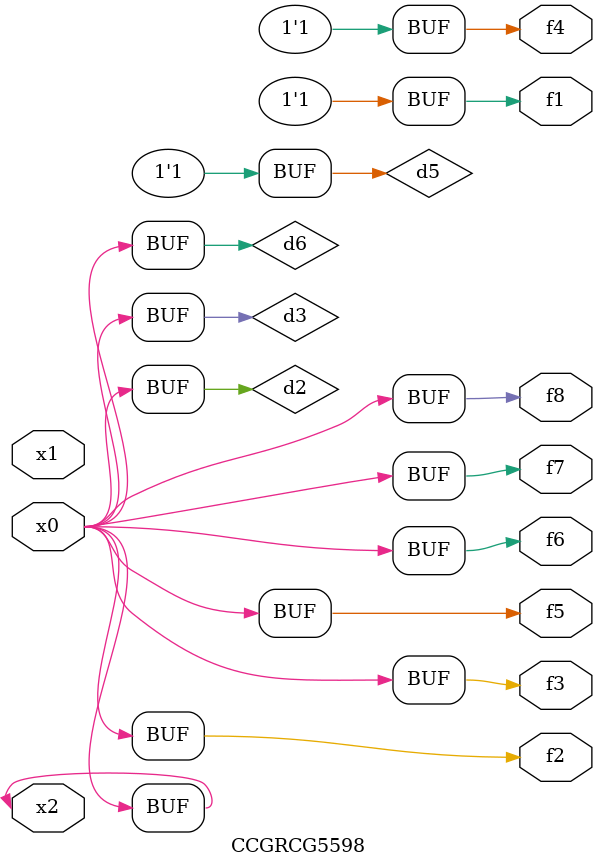
<source format=v>
module CCGRCG5598(
	input x0, x1, x2,
	output f1, f2, f3, f4, f5, f6, f7, f8
);

	wire d1, d2, d3, d4, d5, d6;

	xnor (d1, x2);
	buf (d2, x0, x2);
	and (d3, x0);
	xnor (d4, x1, x2);
	nand (d5, d1, d3);
	buf (d6, d2, d3);
	assign f1 = d5;
	assign f2 = d6;
	assign f3 = d6;
	assign f4 = d5;
	assign f5 = d6;
	assign f6 = d6;
	assign f7 = d6;
	assign f8 = d6;
endmodule

</source>
